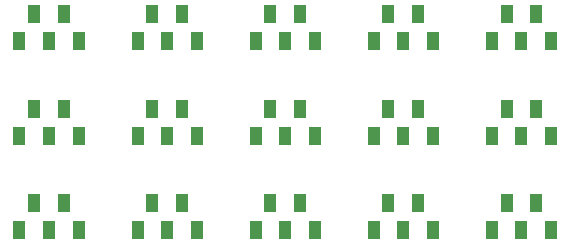
<source format=gbr>
G04 #@! TF.FileFunction,Paste,Bot*
%FSLAX46Y46*%
G04 Gerber Fmt 4.6, Leading zero omitted, Abs format (unit mm)*
G04 Created by KiCad (PCBNEW 4.0.7-e2-6376~58~ubuntu16.04.1) date Wed Aug  1 08:34:46 2018*
%MOMM*%
%LPD*%
G01*
G04 APERTURE LIST*
%ADD10C,0.100000*%
%ADD11R,1.000000X1.500000*%
G04 APERTURE END LIST*
D10*
D11*
X117575000Y-65200000D03*
X115075000Y-65200000D03*
X107575000Y-65200000D03*
X105075000Y-65200000D03*
X97575000Y-65200000D03*
X95075000Y-65200000D03*
X87575000Y-65200000D03*
X85075000Y-65200000D03*
X77575000Y-65200000D03*
X75075000Y-65200000D03*
X117575000Y-57200000D03*
X115075000Y-57200000D03*
X107575000Y-57200000D03*
X105075000Y-57200000D03*
X97575000Y-57200000D03*
X95075000Y-57200000D03*
X87575000Y-57200000D03*
X85075000Y-57200000D03*
X77575000Y-57200000D03*
X75075000Y-57200000D03*
X117575000Y-49200000D03*
X115075000Y-49200000D03*
X107575000Y-49200000D03*
X105075000Y-49200000D03*
X97575000Y-49200000D03*
X95075000Y-49200000D03*
X87575000Y-49200000D03*
X85075000Y-49200000D03*
X118835000Y-67500000D03*
X116335000Y-67500000D03*
X113835000Y-67500000D03*
X108835000Y-67500000D03*
X106335000Y-67500000D03*
X103835000Y-67500000D03*
X98835000Y-67500000D03*
X96335000Y-67500000D03*
X93835000Y-67500000D03*
X88835000Y-67500000D03*
X86335000Y-67500000D03*
X83835000Y-67500000D03*
X78835000Y-67500000D03*
X76335000Y-67500000D03*
X73835000Y-67500000D03*
X118835000Y-59500000D03*
X116335000Y-59500000D03*
X113835000Y-59500000D03*
X108835000Y-59500000D03*
X106335000Y-59500000D03*
X103835000Y-59500000D03*
X98835000Y-59500000D03*
X96335000Y-59500000D03*
X93835000Y-59500000D03*
X88835000Y-59500000D03*
X86335000Y-59500000D03*
X83835000Y-59500000D03*
X78835000Y-59500000D03*
X76335000Y-59500000D03*
X73835000Y-59500000D03*
X118835000Y-51500000D03*
X116335000Y-51500000D03*
X113835000Y-51500000D03*
X108835000Y-51500000D03*
X106335000Y-51500000D03*
X103835000Y-51500000D03*
X98835000Y-51500000D03*
X96335000Y-51500000D03*
X93835000Y-51500000D03*
X88835000Y-51500000D03*
X86335000Y-51500000D03*
X83835000Y-51500000D03*
X77575000Y-49200000D03*
X75075000Y-49200000D03*
X78835000Y-51500000D03*
X76335000Y-51500000D03*
X73835000Y-51500000D03*
M02*

</source>
